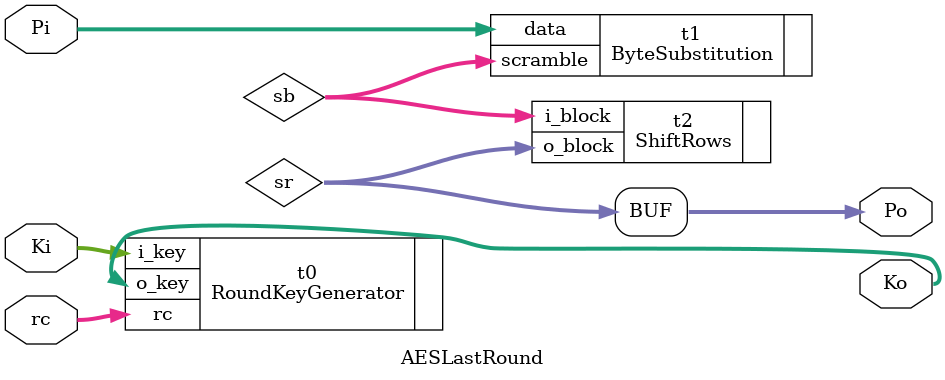
<source format=v>

module AESRound(rc,
                Pi,
                Ki,
                Po,
                Ko);
    input wire [3:0] rc;
    input wire [127:0] Pi;
    input wire [127:0] Ki;

    output wire [127:0] Po;
    output wire [127:0] Ko;


    wire [127:0] sb,sr,mcl;

    RoundKeyGenerator t0(.rc(rc),.i_key(Ki),.o_key(Ko));
    ByteSubstitution t1(.data(Pi),.scramble(sb));
    ShiftRows t2(.i_block(sb),.o_block(sr));
    MixColumns t3(.i_block(sr),.o_block(mcl));
    assign Po = mcl;
    // can't do Round key here
    // because Ko is not ready yet

endmodule

module AESLastRound(rc, Pi, Ki, Ko, Po);
    input wire [127:0] Pi;
    input wire [127:0] Ki;
    input wire [3:0] rc;

    output wire [127:0] Ko;
    output wire [127:0] Po;

    wire [127:0] sb, sr;

    RoundKeyGenerator t0(.rc(rc), .i_key(Ki), .o_key(Ko));
    ByteSubstitution t1(.data(Pi),.scramble(sb));
    ShiftRows t2(.i_block(sb),.o_block(sr));
    assign Po = sr;
endmodule
</source>
